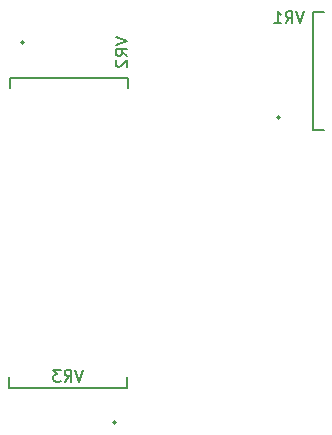
<source format=gbr>
%TF.GenerationSoftware,KiCad,Pcbnew,(6.0.4)*%
%TF.CreationDate,2022-09-15T01:58:29-04:00*%
%TF.ProjectId,Pi_HAT,50695f48-4154-42e6-9b69-6361645f7063,rev?*%
%TF.SameCoordinates,Original*%
%TF.FileFunction,Legend,Bot*%
%TF.FilePolarity,Positive*%
%FSLAX46Y46*%
G04 Gerber Fmt 4.6, Leading zero omitted, Abs format (unit mm)*
G04 Created by KiCad (PCBNEW (6.0.4)) date 2022-09-15 01:58:29*
%MOMM*%
%LPD*%
G01*
G04 APERTURE LIST*
%ADD10C,0.150000*%
%ADD11C,0.127000*%
G04 APERTURE END LIST*
D10*
%TO.C,VR1*%
X136410482Y-93751980D02*
X136076905Y-94752712D01*
X135743327Y-93751980D01*
X134837903Y-94752712D02*
X135171480Y-94276173D01*
X135409750Y-94752712D02*
X135409750Y-93751980D01*
X135028519Y-93751980D01*
X134933211Y-93799634D01*
X134885557Y-93847287D01*
X134837903Y-93942595D01*
X134837903Y-94085557D01*
X134885557Y-94180865D01*
X134933211Y-94228519D01*
X135028519Y-94276173D01*
X135409750Y-94276173D01*
X133884825Y-94752712D02*
X134456672Y-94752712D01*
X134170748Y-94752712D02*
X134170748Y-93751980D01*
X134266056Y-93894941D01*
X134361364Y-93990249D01*
X134456672Y-94037903D01*
%TO.C,VR2*%
X120451980Y-95939517D02*
X121452712Y-96273094D01*
X120451980Y-96606672D01*
X121452712Y-97512096D02*
X120976173Y-97178519D01*
X121452712Y-96940249D02*
X120451980Y-96940249D01*
X120451980Y-97321480D01*
X120499634Y-97416788D01*
X120547287Y-97464442D01*
X120642595Y-97512096D01*
X120785557Y-97512096D01*
X120880865Y-97464442D01*
X120928519Y-97416788D01*
X120976173Y-97321480D01*
X120976173Y-96940249D01*
X120547287Y-97893327D02*
X120499634Y-97940981D01*
X120451980Y-98036289D01*
X120451980Y-98274558D01*
X120499634Y-98369866D01*
X120547287Y-98417520D01*
X120642595Y-98465174D01*
X120737903Y-98465174D01*
X120880865Y-98417520D01*
X121452712Y-97845673D01*
X121452712Y-98465174D01*
%TO.C,VR3*%
X117710482Y-124101980D02*
X117376905Y-125102712D01*
X117043327Y-124101980D01*
X116137903Y-125102712D02*
X116471480Y-124626173D01*
X116709750Y-125102712D02*
X116709750Y-124101980D01*
X116328519Y-124101980D01*
X116233211Y-124149634D01*
X116185557Y-124197287D01*
X116137903Y-124292595D01*
X116137903Y-124435557D01*
X116185557Y-124530865D01*
X116233211Y-124578519D01*
X116328519Y-124626173D01*
X116709750Y-124626173D01*
X115804326Y-124101980D02*
X115184825Y-124101980D01*
X115518402Y-124483211D01*
X115375441Y-124483211D01*
X115280133Y-124530865D01*
X115232479Y-124578519D01*
X115184825Y-124673826D01*
X115184825Y-124912096D01*
X115232479Y-125007404D01*
X115280133Y-125055058D01*
X115375441Y-125102712D01*
X115661364Y-125102712D01*
X115756672Y-125055058D01*
X115804326Y-125007404D01*
D11*
%TO.C,VR1*%
X137200000Y-103800000D02*
X138085400Y-103800000D01*
X138085400Y-93800000D02*
X137200000Y-93800000D01*
X137200000Y-93800000D02*
X137200000Y-103800000D01*
X134377000Y-102737000D02*
G75*
G03*
X134377000Y-102737000I-127000J0D01*
G01*
%TO.C,VR2*%
X121500000Y-100235400D02*
X121500000Y-99350000D01*
X111500000Y-99350000D02*
X111500000Y-100235400D01*
X121500000Y-99350000D02*
X111500000Y-99350000D01*
X112690000Y-96400000D02*
G75*
G03*
X112690000Y-96400000I-127000J0D01*
G01*
%TO.C,VR3*%
X121400000Y-125600000D02*
X121400000Y-124714600D01*
X111400000Y-125600000D02*
X121400000Y-125600000D01*
X111400000Y-124714600D02*
X111400000Y-125600000D01*
X120464000Y-128550000D02*
G75*
G03*
X120464000Y-128550000I-127000J0D01*
G01*
%TD*%
M02*

</source>
